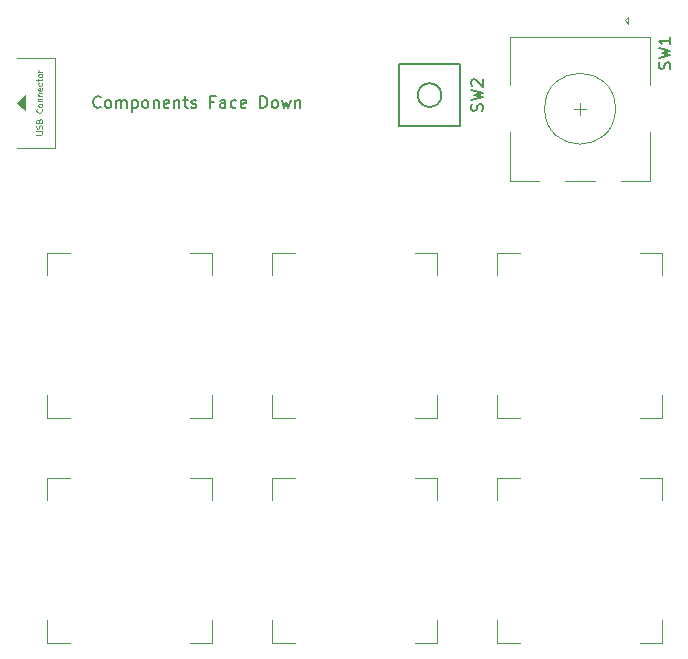
<source format=gbr>
%TF.GenerationSoftware,KiCad,Pcbnew,(5.1.10)-1*%
%TF.CreationDate,2022-07-13T10:10:06+10:00*%
%TF.ProjectId,6_key_lp_macropad,365f6b65-795f-46c7-905f-6d6163726f70,rev?*%
%TF.SameCoordinates,Original*%
%TF.FileFunction,Legend,Top*%
%TF.FilePolarity,Positive*%
%FSLAX46Y46*%
G04 Gerber Fmt 4.6, Leading zero omitted, Abs format (unit mm)*
G04 Created by KiCad (PCBNEW (5.1.10)-1) date 2022-07-13 10:10:06*
%MOMM*%
%LPD*%
G01*
G04 APERTURE LIST*
%ADD10C,0.120000*%
%ADD11C,0.125000*%
%ADD12C,0.100000*%
%ADD13C,0.150000*%
G04 APERTURE END LIST*
D10*
X819785000Y5715000D02*
X817880000Y5715000D01*
X819785000Y7620000D02*
X819785000Y5715000D01*
X819785000Y19685000D02*
X819785000Y17780000D01*
X817880000Y19685000D02*
X819785000Y19685000D01*
X805815000Y19685000D02*
X805815000Y17780000D01*
X807720000Y19685000D02*
X805815000Y19685000D01*
X800735000Y19685000D02*
X800735000Y17780000D01*
X798830000Y19685000D02*
X800735000Y19685000D01*
X786765000Y19685000D02*
X788670000Y19685000D01*
X786765000Y17780000D02*
X786765000Y19685000D01*
X805815000Y5715000D02*
X807720000Y5715000D01*
X805815000Y7620000D02*
X805815000Y5715000D01*
X800735000Y5715000D02*
X798830000Y5715000D01*
X800735000Y7620000D02*
X800735000Y5715000D01*
X786765000Y5715000D02*
X788670000Y5715000D01*
X786765000Y7620000D02*
X786765000Y5715000D01*
X781685000Y5715000D02*
X779780000Y5715000D01*
X781685000Y7620000D02*
X781685000Y5715000D01*
X767715000Y5715000D02*
X769620000Y5715000D01*
X767715000Y7620000D02*
X767715000Y5715000D01*
X767715000Y19685000D02*
X767715000Y17780000D01*
X769620000Y19685000D02*
X767715000Y19685000D01*
X781685000Y19685000D02*
X781685000Y17780000D01*
X779780000Y19685000D02*
X781685000Y19685000D01*
X781685000Y24765000D02*
X781685000Y26670000D01*
X779780000Y24765000D02*
X781685000Y24765000D01*
X767715000Y24765000D02*
X769620000Y24765000D01*
X767715000Y26670000D02*
X767715000Y24765000D01*
X767715000Y38735000D02*
X767715000Y36830000D01*
X769620000Y38735000D02*
X767715000Y38735000D01*
X781685000Y38735000D02*
X781685000Y36830000D01*
X779780000Y38735000D02*
X781685000Y38735000D01*
X800735000Y38735000D02*
X800735000Y36830000D01*
X798830000Y38735000D02*
X800735000Y38735000D01*
X786765000Y38735000D02*
X788670000Y38735000D01*
X786765000Y36830000D02*
X786765000Y38735000D01*
X786765000Y24765000D02*
X786765000Y26670000D01*
X788670000Y24765000D02*
X786765000Y24765000D01*
X800735000Y24765000D02*
X798830000Y24765000D01*
X800735000Y26670000D02*
X800735000Y24765000D01*
X805815000Y24765000D02*
X805815000Y26670000D01*
X807720000Y24765000D02*
X805815000Y24765000D01*
X819785000Y24765000D02*
X817880000Y24765000D01*
X819785000Y26670000D02*
X819785000Y24765000D01*
X819785000Y38735000D02*
X819785000Y36830000D01*
X817880000Y38735000D02*
X819785000Y38735000D01*
X805815000Y38735000D02*
X807720000Y38735000D01*
X805815000Y36830000D02*
X805815000Y38735000D01*
D11*
X766806190Y48732619D02*
X767210952Y48732619D01*
X767258571Y48756428D01*
X767282380Y48780238D01*
X767306190Y48827857D01*
X767306190Y48923095D01*
X767282380Y48970714D01*
X767258571Y48994523D01*
X767210952Y49018333D01*
X766806190Y49018333D01*
X767282380Y49232619D02*
X767306190Y49304047D01*
X767306190Y49423095D01*
X767282380Y49470714D01*
X767258571Y49494523D01*
X767210952Y49518333D01*
X767163333Y49518333D01*
X767115714Y49494523D01*
X767091904Y49470714D01*
X767068095Y49423095D01*
X767044285Y49327857D01*
X767020476Y49280238D01*
X766996666Y49256428D01*
X766949047Y49232619D01*
X766901428Y49232619D01*
X766853809Y49256428D01*
X766830000Y49280238D01*
X766806190Y49327857D01*
X766806190Y49446904D01*
X766830000Y49518333D01*
X767044285Y49899285D02*
X767068095Y49970714D01*
X767091904Y49994523D01*
X767139523Y50018333D01*
X767210952Y50018333D01*
X767258571Y49994523D01*
X767282380Y49970714D01*
X767306190Y49923095D01*
X767306190Y49732619D01*
X766806190Y49732619D01*
X766806190Y49899285D01*
X766830000Y49946904D01*
X766853809Y49970714D01*
X766901428Y49994523D01*
X766949047Y49994523D01*
X766996666Y49970714D01*
X767020476Y49946904D01*
X767044285Y49899285D01*
X767044285Y49732619D01*
X767258571Y50899285D02*
X767282380Y50875476D01*
X767306190Y50804047D01*
X767306190Y50756428D01*
X767282380Y50685000D01*
X767234761Y50637380D01*
X767187142Y50613571D01*
X767091904Y50589761D01*
X767020476Y50589761D01*
X766925238Y50613571D01*
X766877619Y50637380D01*
X766830000Y50685000D01*
X766806190Y50756428D01*
X766806190Y50804047D01*
X766830000Y50875476D01*
X766853809Y50899285D01*
X767306190Y51185000D02*
X767282380Y51137380D01*
X767258571Y51113571D01*
X767210952Y51089761D01*
X767068095Y51089761D01*
X767020476Y51113571D01*
X766996666Y51137380D01*
X766972857Y51185000D01*
X766972857Y51256428D01*
X766996666Y51304047D01*
X767020476Y51327857D01*
X767068095Y51351666D01*
X767210952Y51351666D01*
X767258571Y51327857D01*
X767282380Y51304047D01*
X767306190Y51256428D01*
X767306190Y51185000D01*
X766972857Y51565952D02*
X767306190Y51565952D01*
X767020476Y51565952D02*
X766996666Y51589761D01*
X766972857Y51637380D01*
X766972857Y51708809D01*
X766996666Y51756428D01*
X767044285Y51780238D01*
X767306190Y51780238D01*
X766972857Y52018333D02*
X767306190Y52018333D01*
X767020476Y52018333D02*
X766996666Y52042142D01*
X766972857Y52089761D01*
X766972857Y52161190D01*
X766996666Y52208809D01*
X767044285Y52232619D01*
X767306190Y52232619D01*
X767282380Y52661190D02*
X767306190Y52613571D01*
X767306190Y52518333D01*
X767282380Y52470714D01*
X767234761Y52446904D01*
X767044285Y52446904D01*
X766996666Y52470714D01*
X766972857Y52518333D01*
X766972857Y52613571D01*
X766996666Y52661190D01*
X767044285Y52685000D01*
X767091904Y52685000D01*
X767139523Y52446904D01*
X767282380Y53113571D02*
X767306190Y53065952D01*
X767306190Y52970714D01*
X767282380Y52923095D01*
X767258571Y52899285D01*
X767210952Y52875476D01*
X767068095Y52875476D01*
X767020476Y52899285D01*
X766996666Y52923095D01*
X766972857Y52970714D01*
X766972857Y53065952D01*
X766996666Y53113571D01*
X766972857Y53256428D02*
X766972857Y53446904D01*
X766806190Y53327857D02*
X767234761Y53327857D01*
X767282380Y53351666D01*
X767306190Y53399285D01*
X767306190Y53446904D01*
X767306190Y53685000D02*
X767282380Y53637380D01*
X767258571Y53613571D01*
X767210952Y53589761D01*
X767068095Y53589761D01*
X767020476Y53613571D01*
X766996666Y53637380D01*
X766972857Y53685000D01*
X766972857Y53756428D01*
X766996666Y53804047D01*
X767020476Y53827857D01*
X767068095Y53851666D01*
X767210952Y53851666D01*
X767258571Y53827857D01*
X767282380Y53804047D01*
X767306190Y53756428D01*
X767306190Y53685000D01*
X767306190Y54065952D02*
X766972857Y54065952D01*
X767068095Y54065952D02*
X767020476Y54089761D01*
X766996666Y54113571D01*
X766972857Y54161190D01*
X766972857Y54208809D01*
D10*
X768350000Y47625000D02*
X765175000Y47625000D01*
D12*
G36*
X765810000Y50800000D02*
G01*
X765175000Y51435000D01*
X765810000Y52070000D01*
X765810000Y50800000D01*
G37*
X765810000Y50800000D02*
X765175000Y51435000D01*
X765810000Y52070000D01*
X765810000Y50800000D01*
D10*
X768350000Y55245000D02*
X768350000Y47625000D01*
X765175000Y55245000D02*
X768350000Y55245000D01*
D13*
X772248333Y51077857D02*
X772200714Y51030238D01*
X772057857Y50982619D01*
X771962619Y50982619D01*
X771819761Y51030238D01*
X771724523Y51125476D01*
X771676904Y51220714D01*
X771629285Y51411190D01*
X771629285Y51554047D01*
X771676904Y51744523D01*
X771724523Y51839761D01*
X771819761Y51935000D01*
X771962619Y51982619D01*
X772057857Y51982619D01*
X772200714Y51935000D01*
X772248333Y51887380D01*
X772819761Y50982619D02*
X772724523Y51030238D01*
X772676904Y51077857D01*
X772629285Y51173095D01*
X772629285Y51458809D01*
X772676904Y51554047D01*
X772724523Y51601666D01*
X772819761Y51649285D01*
X772962619Y51649285D01*
X773057857Y51601666D01*
X773105476Y51554047D01*
X773153095Y51458809D01*
X773153095Y51173095D01*
X773105476Y51077857D01*
X773057857Y51030238D01*
X772962619Y50982619D01*
X772819761Y50982619D01*
X773581666Y50982619D02*
X773581666Y51649285D01*
X773581666Y51554047D02*
X773629285Y51601666D01*
X773724523Y51649285D01*
X773867380Y51649285D01*
X773962619Y51601666D01*
X774010238Y51506428D01*
X774010238Y50982619D01*
X774010238Y51506428D02*
X774057857Y51601666D01*
X774153095Y51649285D01*
X774295952Y51649285D01*
X774391190Y51601666D01*
X774438809Y51506428D01*
X774438809Y50982619D01*
X774915000Y51649285D02*
X774915000Y50649285D01*
X774915000Y51601666D02*
X775010238Y51649285D01*
X775200714Y51649285D01*
X775295952Y51601666D01*
X775343571Y51554047D01*
X775391190Y51458809D01*
X775391190Y51173095D01*
X775343571Y51077857D01*
X775295952Y51030238D01*
X775200714Y50982619D01*
X775010238Y50982619D01*
X774915000Y51030238D01*
X775962619Y50982619D02*
X775867380Y51030238D01*
X775819761Y51077857D01*
X775772142Y51173095D01*
X775772142Y51458809D01*
X775819761Y51554047D01*
X775867380Y51601666D01*
X775962619Y51649285D01*
X776105476Y51649285D01*
X776200714Y51601666D01*
X776248333Y51554047D01*
X776295952Y51458809D01*
X776295952Y51173095D01*
X776248333Y51077857D01*
X776200714Y51030238D01*
X776105476Y50982619D01*
X775962619Y50982619D01*
X776724523Y51649285D02*
X776724523Y50982619D01*
X776724523Y51554047D02*
X776772142Y51601666D01*
X776867380Y51649285D01*
X777010238Y51649285D01*
X777105476Y51601666D01*
X777153095Y51506428D01*
X777153095Y50982619D01*
X778010238Y51030238D02*
X777915000Y50982619D01*
X777724523Y50982619D01*
X777629285Y51030238D01*
X777581666Y51125476D01*
X777581666Y51506428D01*
X777629285Y51601666D01*
X777724523Y51649285D01*
X777915000Y51649285D01*
X778010238Y51601666D01*
X778057857Y51506428D01*
X778057857Y51411190D01*
X777581666Y51315952D01*
X778486428Y51649285D02*
X778486428Y50982619D01*
X778486428Y51554047D02*
X778534047Y51601666D01*
X778629285Y51649285D01*
X778772142Y51649285D01*
X778867380Y51601666D01*
X778915000Y51506428D01*
X778915000Y50982619D01*
X779248333Y51649285D02*
X779629285Y51649285D01*
X779391190Y51982619D02*
X779391190Y51125476D01*
X779438809Y51030238D01*
X779534047Y50982619D01*
X779629285Y50982619D01*
X779915000Y51030238D02*
X780010238Y50982619D01*
X780200714Y50982619D01*
X780295952Y51030238D01*
X780343571Y51125476D01*
X780343571Y51173095D01*
X780295952Y51268333D01*
X780200714Y51315952D01*
X780057857Y51315952D01*
X779962619Y51363571D01*
X779915000Y51458809D01*
X779915000Y51506428D01*
X779962619Y51601666D01*
X780057857Y51649285D01*
X780200714Y51649285D01*
X780295952Y51601666D01*
X781867380Y51506428D02*
X781534047Y51506428D01*
X781534047Y50982619D02*
X781534047Y51982619D01*
X782010238Y51982619D01*
X782819761Y50982619D02*
X782819761Y51506428D01*
X782772142Y51601666D01*
X782676904Y51649285D01*
X782486428Y51649285D01*
X782391190Y51601666D01*
X782819761Y51030238D02*
X782724523Y50982619D01*
X782486428Y50982619D01*
X782391190Y51030238D01*
X782343571Y51125476D01*
X782343571Y51220714D01*
X782391190Y51315952D01*
X782486428Y51363571D01*
X782724523Y51363571D01*
X782819761Y51411190D01*
X783724523Y51030238D02*
X783629285Y50982619D01*
X783438809Y50982619D01*
X783343571Y51030238D01*
X783295952Y51077857D01*
X783248333Y51173095D01*
X783248333Y51458809D01*
X783295952Y51554047D01*
X783343571Y51601666D01*
X783438809Y51649285D01*
X783629285Y51649285D01*
X783724523Y51601666D01*
X784534047Y51030238D02*
X784438809Y50982619D01*
X784248333Y50982619D01*
X784153095Y51030238D01*
X784105476Y51125476D01*
X784105476Y51506428D01*
X784153095Y51601666D01*
X784248333Y51649285D01*
X784438809Y51649285D01*
X784534047Y51601666D01*
X784581666Y51506428D01*
X784581666Y51411190D01*
X784105476Y51315952D01*
X785772142Y50982619D02*
X785772142Y51982619D01*
X786010238Y51982619D01*
X786153095Y51935000D01*
X786248333Y51839761D01*
X786295952Y51744523D01*
X786343571Y51554047D01*
X786343571Y51411190D01*
X786295952Y51220714D01*
X786248333Y51125476D01*
X786153095Y51030238D01*
X786010238Y50982619D01*
X785772142Y50982619D01*
X786915000Y50982619D02*
X786819761Y51030238D01*
X786772142Y51077857D01*
X786724523Y51173095D01*
X786724523Y51458809D01*
X786772142Y51554047D01*
X786819761Y51601666D01*
X786915000Y51649285D01*
X787057857Y51649285D01*
X787153095Y51601666D01*
X787200714Y51554047D01*
X787248333Y51458809D01*
X787248333Y51173095D01*
X787200714Y51077857D01*
X787153095Y51030238D01*
X787057857Y50982619D01*
X786915000Y50982619D01*
X787581666Y51649285D02*
X787772142Y50982619D01*
X787962619Y51458809D01*
X788153095Y50982619D01*
X788343571Y51649285D01*
X788724523Y51649285D02*
X788724523Y50982619D01*
X788724523Y51554047D02*
X788772142Y51601666D01*
X788867380Y51649285D01*
X789010238Y51649285D01*
X789105476Y51601666D01*
X789153095Y51506428D01*
X789153095Y50982619D01*
%TO.C,SW2*%
X801100000Y52070000D02*
G75*
G03*
X801100000Y52070000I-1000000J0D01*
G01*
X802700000Y49470000D02*
X797500000Y49470000D01*
X802700000Y54670000D02*
X802700000Y49470000D01*
X797500000Y54670000D02*
X802700000Y54670000D01*
X797500000Y49470000D02*
X797500000Y54670000D01*
D10*
%TO.C,SW1*%
X812840000Y51420000D02*
X812840000Y50420000D01*
X813340000Y50920000D02*
X812340000Y50920000D01*
X809340000Y44820000D02*
X806940000Y44820000D01*
X814140000Y44820000D02*
X811540000Y44820000D01*
X818740000Y44820000D02*
X816340000Y44820000D01*
X816940000Y58120000D02*
X816640000Y58420000D01*
X816940000Y58720000D02*
X816940000Y58120000D01*
X816640000Y58420000D02*
X816940000Y58720000D01*
X818740000Y57020000D02*
X806940000Y57020000D01*
X818740000Y52920000D02*
X818740000Y57020000D01*
X806940000Y52920000D02*
X806940000Y57020000D01*
X806940000Y44820000D02*
X806940000Y48920000D01*
X818740000Y48920000D02*
X818740000Y44820000D01*
X815840000Y50920000D02*
G75*
G03*
X815840000Y50920000I-3000000J0D01*
G01*
%TO.C,SW2*%
D13*
X804568761Y50736666D02*
X804616380Y50879523D01*
X804616380Y51117619D01*
X804568761Y51212857D01*
X804521142Y51260476D01*
X804425904Y51308095D01*
X804330666Y51308095D01*
X804235428Y51260476D01*
X804187809Y51212857D01*
X804140190Y51117619D01*
X804092571Y50927142D01*
X804044952Y50831904D01*
X803997333Y50784285D01*
X803902095Y50736666D01*
X803806857Y50736666D01*
X803711619Y50784285D01*
X803664000Y50831904D01*
X803616380Y50927142D01*
X803616380Y51165238D01*
X803664000Y51308095D01*
X803616380Y51641428D02*
X804616380Y51879523D01*
X803902095Y52070000D01*
X804616380Y52260476D01*
X803616380Y52498571D01*
X803711619Y52831904D02*
X803664000Y52879523D01*
X803616380Y52974761D01*
X803616380Y53212857D01*
X803664000Y53308095D01*
X803711619Y53355714D01*
X803806857Y53403333D01*
X803902095Y53403333D01*
X804044952Y53355714D01*
X804616380Y52784285D01*
X804616380Y53403333D01*
%TO.C,SW1*%
X820444761Y54286666D02*
X820492380Y54429523D01*
X820492380Y54667619D01*
X820444761Y54762857D01*
X820397142Y54810476D01*
X820301904Y54858095D01*
X820206666Y54858095D01*
X820111428Y54810476D01*
X820063809Y54762857D01*
X820016190Y54667619D01*
X819968571Y54477142D01*
X819920952Y54381904D01*
X819873333Y54334285D01*
X819778095Y54286666D01*
X819682857Y54286666D01*
X819587619Y54334285D01*
X819540000Y54381904D01*
X819492380Y54477142D01*
X819492380Y54715238D01*
X819540000Y54858095D01*
X819492380Y55191428D02*
X820492380Y55429523D01*
X819778095Y55620000D01*
X820492380Y55810476D01*
X819492380Y56048571D01*
X820492380Y56953333D02*
X820492380Y56381904D01*
X820492380Y56667619D02*
X819492380Y56667619D01*
X819635238Y56572380D01*
X819730476Y56477142D01*
X819778095Y56381904D01*
%TD*%
M02*

</source>
